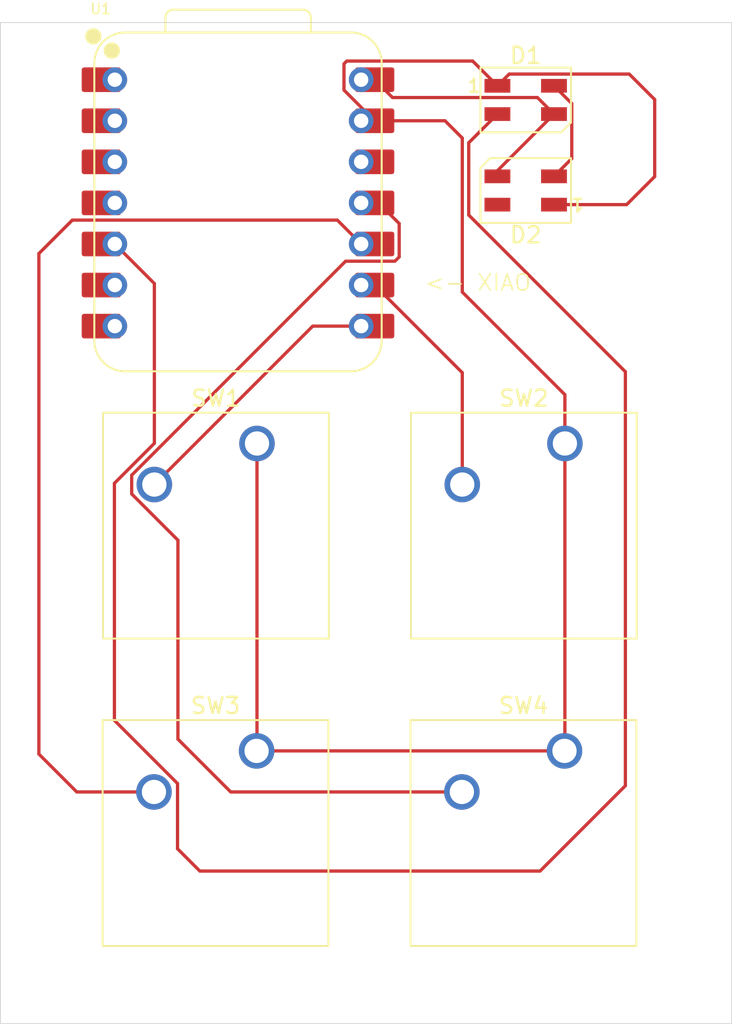
<source format=kicad_pcb>
(kicad_pcb (version 20241229) (generator "pcbnew") (generator_version "9.0")
  (layers (0 "F.Cu" signal) (2 "B.Cu" signal) (13 "F.Paste" user) (15 "B.Paste" user) (5 "F.SilkS" user "F.Silkscreen") (7 "B.SilkS" user "B.Silkscreen") (1 "F.Mask" user) (3 "B.Mask" user) (25 "Edge.Cuts" user))
  (net 0 "")
  (net 1 "Net-(D1-DOUT)")
  (net 2 "+5V")
  (net 3 "GND")
  (net 4 "Net-(D1-DIN)")
  (net 6 "Net-(U1-GPIO1{slash}RX)")
  (net 7 "Net-(U1-GPIO2{slash}SCK)")
  (net 8 "Net-(U1-GPIO4{slash}MISO)")
  (net 9 "Net-(U1-GPIO3{slash}MOSI)")
  (footprint "Button_Switch_Keyboard:SW_Cherry_MX_1.00u_PCB" (layer "F.Cu") (at 149.2 145.06)
    (property "Reference" "SW4" (at -2.54 -2.794 0) (layer "F.SilkS"))
    (property "Value" "SW_Push")
    (fp_line (start -9.525 -1.905) (end 4.445 -1.905) (stroke (width 0.12)) (layer "F.SilkS"))
    (fp_line (start -9.525 12.065) (end -9.525 -1.905) (stroke (width 0.12)) (layer "F.SilkS"))
    (fp_line (start 4.445 -1.905) (end 4.445 12.065) (stroke (width 0.12)) (layer "F.SilkS"))
    (fp_line (start 4.445 12.065) (end -9.525 12.065) (stroke (width 0.12)) (layer "F.SilkS"))
    (pad "" np_thru_hole circle (at -7.62 5.08) (size 1.7 1.7) (drill 1.7) (layers "*.Cu" "*.Mask"))
    (pad "" np_thru_hole circle (at -2.54 5.08) (size 4 4) (drill 4) (layers "*.Cu" "*.Mask"))
    (pad "" np_thru_hole circle (at 2.54 5.08) (size 1.7 1.7) (drill 1.7) (layers "*.Cu" "*.Mask"))
    (pad "1" thru_hole circle (at 0 0) (size 2.2 2.2) (drill 1.5) (layers "*.Cu" "*.Mask") (net 3 "GND"))
    (pad "2" thru_hole circle (at -6.35 2.54) (size 2.2 2.2) (drill 1.5) (layers "*.Cu" "*.Mask") (net 9 "Net-(U1-GPIO3{slash}MOSI)"))
  )
  (footprint "LED_SMD:LED_SK6812MINI_PLCC4_3.5x3.5mm_P1.75mm" (layer "F.Cu") (at 146.8 110.4 180)
    (property "Reference" "D2" (at 0 -2.75 0) (layer "F.SilkS"))
    (property "Value" "SK6812")
    (fp_line (start 2.8 1.4) (end 2.8 -2) (stroke (width 0.12)) (layer "F.SilkS"))
    (fp_line (start 2.8 1.4) (end 2.2 2) (stroke (width 0.12)) (layer "F.SilkS"))
    (fp_line (start -2.8 2) (end 2.2 2) (stroke (width 0.12)) (layer "F.SilkS"))
    (fp_line (start -2.8 -2) (end 2.8 -2) (stroke (width 0.12)) (layer "F.SilkS"))
    (fp_line (start -2.8 -2) (end -2.8 2) (stroke (width 0.12)) (layer "F.SilkS"))
    (fp_text user "1" (at -3.2 -0.875 180) (layer "F.SilkS") (effects (font (size 0.8 0.8))))
    (pad "1" smd rect (at -1.75 -0.875 180) (size 1.6 0.85) (layers "F.Cu" "F.Mask" "F.Paste") (net 3 "GND"))
    (pad "2" smd rect (at -1.75 0.875 180) (size 1.6 0.85) (layers "F.Cu" "F.Mask" "F.Paste") (net 1 "Net-(D1-DOUT)"))
    (pad "3" smd rect (at 1.75 0.875 180) (size 1.6 0.85) (layers "F.Cu" "F.Mask" "F.Paste") (net 2 "+5V"))
    (pad "4" smd rect (at 1.75 -0.875 180) (size 1.6 0.85) (layers "F.Cu" "F.Mask" "F.Paste"))
  )
  (footprint "Button_Switch_Keyboard:SW_Cherry_MX_1.00u_PCB" (layer "F.Cu") (at 130.175 126.0475)
    (property "Reference" "SW1" (at -2.54 -2.794 0) (layer "F.SilkS"))
    (property "Value" "SW_Push")
    (fp_line (start -9.525 -1.905) (end 4.445 -1.905) (stroke (width 0.12)) (layer "F.SilkS"))
    (fp_line (start -9.525 12.065) (end -9.525 -1.905) (stroke (width 0.12)) (layer "F.SilkS"))
    (fp_line (start 4.445 -1.905) (end 4.445 12.065) (stroke (width 0.12)) (layer "F.SilkS"))
    (fp_line (start 4.445 12.065) (end -9.525 12.065) (stroke (width 0.12)) (layer "F.SilkS"))
    (pad "" np_thru_hole circle (at -7.62 5.08) (size 1.7 1.7) (drill 1.7) (layers "*.Cu" "*.Mask"))
    (pad "" np_thru_hole circle (at -2.54 5.08) (size 4 4) (drill 4) (layers "*.Cu" "*.Mask"))
    (pad "" np_thru_hole circle (at 2.54 5.08) (size 1.7 1.7) (drill 1.7) (layers "*.Cu" "*.Mask"))
    (pad "1" thru_hole circle (at 0 0) (size 2.2 2.2) (drill 1.5) (layers "*.Cu" "*.Mask") (net 3 "GND"))
    (pad "2" thru_hole circle (at -6.35 2.54) (size 2.2 2.2) (drill 1.5) (layers "*.Cu" "*.Mask") (net 6 "Net-(U1-GPIO1{slash}RX)"))
  )
  (footprint "Button_Switch_Keyboard:SW_Cherry_MX_1.00u_PCB" (layer "F.Cu") (at 130.15 145.06)
    (property "Reference" "SW3" (at -2.54 -2.794 0) (layer "F.SilkS"))
    (property "Value" "SW_Push")
    (fp_line (start -9.525 -1.905) (end 4.445 -1.905) (stroke (width 0.12)) (layer "F.SilkS"))
    (fp_line (start -9.525 12.065) (end -9.525 -1.905) (stroke (width 0.12)) (layer "F.SilkS"))
    (fp_line (start 4.445 -1.905) (end 4.445 12.065) (stroke (width 0.12)) (layer "F.SilkS"))
    (fp_line (start 4.445 12.065) (end -9.525 12.065) (stroke (width 0.12)) (layer "F.SilkS"))
    (pad "" np_thru_hole circle (at -7.62 5.08) (size 1.7 1.7) (drill 1.7) (layers "*.Cu" "*.Mask"))
    (pad "" np_thru_hole circle (at -2.54 5.08) (size 4 4) (drill 4) (layers "*.Cu" "*.Mask"))
    (pad "" np_thru_hole circle (at 2.54 5.08) (size 1.7 1.7) (drill 1.7) (layers "*.Cu" "*.Mask"))
    (pad "1" thru_hole circle (at 0 0) (size 2.2 2.2) (drill 1.5) (layers "*.Cu" "*.Mask") (net 3 "GND"))
    (pad "2" thru_hole circle (at -6.35 2.54) (size 2.2 2.2) (drill 1.5) (layers "*.Cu" "*.Mask") (net 8 "Net-(U1-GPIO4{slash}MISO)"))
  )
  (footprint "OPL foot Lib:XIAO-RP2040-DIP" (layer "F.Cu") (at 129 111.1685)
    (property "Reference" "U1" (at -8.5 -12 0) (layer "F.SilkS") (effects (font (size 0.635 0.635) (thickness 0.1016))))
    (property "Value" "XIAO-RP2040-DIP")
    (fp_line (start -8.89 8.509) (end -8.89 -8.636) (stroke (width 0.127)) (layer "F.SilkS"))
    (fp_line (start -6.985 10.414) (end 6.985 10.414) (stroke (width 0.127)) (layer "F.SilkS"))
    (fp_line (start -4.495 -10.541) (end -4.491272 -11.451272) (stroke (width 0.127)) (layer "F.SilkS"))
    (fp_line (start -3.991272 -11.951) (end 4.004 -11.951) (stroke (width 0.127)) (layer "F.SilkS"))
    (fp_line (start 4.504 -11.451) (end 4.504 -10.541) (stroke (width 0.127)) (layer "F.SilkS"))
    (fp_line (start 6.985 -10.541) (end -6.985 -10.541) (stroke (width 0.1)) (layer "F.SilkS"))
    (fp_line (start 6.985 -10.541) (end -6.985 -10.541) (stroke (width 0.127)) (layer "F.SilkS"))
    (fp_line (start 8.89 8.509) (end 8.89 -8.636) (stroke (width 0.127)) (layer "F.SilkS"))
    (fp_arc (start -8.89 -8.636) (mid -8.332038 -9.983038) (end -6.985 -10.541) (stroke (width 0.127)) (layer "F.SilkS"))
    (fp_arc (start -6.985 10.414) (mid -8.332038 9.856038) (end -8.89 8.509) (stroke (width 0.127)) (layer "F.SilkS"))
    (fp_arc (start -4.491272 -11.451272) (mid -4.344728 -11.80464) (end -3.991272 -11.951) (stroke (width 0.127)) (layer "F.SilkS"))
    (fp_arc (start 4.004 -11.951) (mid 4.357553 -11.804553) (end 4.504 -11.451) (stroke (width 0.127)) (layer "F.SilkS"))
    (fp_arc (start 6.985 -10.541) (mid 8.332038 -9.983038) (end 8.89 -8.636) (stroke (width 0.127)) (layer "F.SilkS"))
    (fp_arc (start 8.89 8.509) (mid 8.332038 9.856038) (end 6.985 10.414) (stroke (width 0.127)) (layer "F.SilkS"))
    (fp_circle (center -8.95 -10.3) (end -8.95 -10.554) (stroke (width 0.5)) (fill yes) (layer "F.SilkS"))
    (fp_circle (center -7.807 -9.42) (end -7.807 -9.674) (stroke (width 0.5)) (fill yes) (layer "F.SilkS"))
    (pad "1" smd roundrect (at -8.455 -7.62 180) (size 2.432 1.524) (layers "F.Cu" "F.Mask") (roundrect_rratio 0.1))
    (pad "1" thru_hole circle (at -7.62 -7.62 180) (size 1.524 1.524) (drill 0.889) (layers "*.Cu" "*.Mask"))
    (pad "2" smd roundrect (at -8.455 -5.08 180) (size 2.432 1.524) (layers "F.Cu" "F.Mask") (roundrect_rratio 0.1))
    (pad "2" thru_hole circle (at -7.62 -5.08 180) (size 1.524 1.524) (drill 0.889) (layers "*.Cu" "*.Mask"))
    (pad "3" smd roundrect (at -8.455 -2.54 180) (size 2.432 1.524) (layers "F.Cu" "F.Mask") (roundrect_rratio 0.1))
    (pad "3" thru_hole circle (at -7.62 -2.54 180) (size 1.524 1.524) (drill 0.889) (layers "*.Cu" "*.Mask"))
    (pad "4" smd roundrect (at -8.455 0 180) (size 2.432 1.524) (layers "F.Cu" "F.Mask") (roundrect_rratio 0.1))
    (pad "4" thru_hole circle (at -7.62 0 180) (size 1.524 1.524) (drill 0.889) (layers "*.Cu" "*.Mask"))
    (pad "5" smd roundrect (at -8.455 2.54 180) (size 2.432 1.524) (layers "F.Cu" "F.Mask") (roundrect_rratio 0.1) (net 4 "Net-(D1-DIN)"))
    (pad "5" thru_hole circle (at -7.62 2.54 180) (size 1.524 1.524) (drill 0.889) (layers "*.Cu" "*.Mask") (net 4 "Net-(D1-DIN)"))
    (pad "6" smd roundrect (at -8.455 5.08 180) (size 2.432 1.524) (layers "F.Cu" "F.Mask") (roundrect_rratio 0.1))
    (pad "6" thru_hole circle (at -7.62 5.08 180) (size 1.524 1.524) (drill 0.889) (layers "*.Cu" "*.Mask"))
    (pad "7" smd roundrect (at -8.455 7.62 180) (size 2.432 1.524) (layers "F.Cu" "F.Mask") (roundrect_rratio 0.1))
    (pad "7" thru_hole circle (at -7.62 7.62 180) (size 1.524 1.524) (drill 0.889) (layers "*.Cu" "*.Mask"))
    (pad "8" thru_hole circle (at 7.62 7.62) (size 1.524 1.524) (drill 0.889) (layers "*.Cu" "*.Mask") (net 6 "Net-(U1-GPIO1{slash}RX)"))
    (pad "8" smd roundrect (at 8.455 7.62) (size 2.432 1.524) (layers "F.Cu" "F.Mask") (roundrect_rratio 0.1) (net 6 "Net-(U1-GPIO1{slash}RX)"))
    (pad "9" thru_hole circle (at 7.62 5.08) (size 1.524 1.524) (drill 0.889) (layers "*.Cu" "*.Mask") (net 7 "Net-(U1-GPIO2{slash}SCK)"))
    (pad "9" smd roundrect (at 8.455 5.08) (size 2.432 1.524) (layers "F.Cu" "F.Mask") (roundrect_rratio 0.1) (net 7 "Net-(U1-GPIO2{slash}SCK)"))
    (pad "10" thru_hole circle (at 7.62 2.54) (size 1.524 1.524) (drill 0.889) (layers "*.Cu" "*.Mask") (net 8 "Net-(U1-GPIO4{slash}MISO)"))
    (pad "10" smd roundrect (at 8.455 2.54) (size 2.432 1.524) (layers "F.Cu" "F.Mask") (roundrect_rratio 0.1) (net 8 "Net-(U1-GPIO4{slash}MISO)"))
    (pad "11" thru_hole circle (at 7.62 0) (size 1.524 1.524) (drill 0.889) (layers "*.Cu" "*.Mask") (net 9 "Net-(U1-GPIO3{slash}MOSI)"))
    (pad "11" smd roundrect (at 8.455 0) (size 2.432 1.524) (layers "F.Cu" "F.Mask") (roundrect_rratio 0.1) (net 9 "Net-(U1-GPIO3{slash}MOSI)"))
    (pad "12" thru_hole circle (at 7.62 -2.54) (size 1.524 1.524) (drill 0.889) (layers "*.Cu" "*.Mask"))
    (pad "12" smd roundrect (at 8.455 -2.54) (size 2.432 1.524) (layers "F.Cu" "F.Mask") (roundrect_rratio 0.1))
    (pad "13" thru_hole circle (at 7.62 -5.08) (size 1.524 1.524) (drill 0.889) (layers "*.Cu" "*.Mask") (net 3 "GND"))
    (pad "13" smd roundrect (at 8.455 -5.08) (size 2.432 1.524) (layers "F.Cu" "F.Mask") (roundrect_rratio 0.1) (net 3 "GND"))
    (pad "14" thru_hole circle (at 7.62 -7.62) (size 1.524 1.524) (drill 0.889) (layers "*.Cu" "*.Mask") (net 2 "+5V"))
    (pad "14" smd roundrect (at 8.455 -7.62) (size 2.432 1.524) (layers "F.Cu" "F.Mask") (roundrect_rratio 0.1) (net 2 "+5V"))
  )
  (footprint "Button_Switch_Keyboard:SW_Cherry_MX_1.00u_PCB" (layer "F.Cu") (at 149.225 126.0475)
    (property "Reference" "SW2" (at -2.54 -2.794 0) (layer "F.SilkS"))
    (property "Value" "SW_Push")
    (fp_line (start -9.525 -1.905) (end 4.445 -1.905) (stroke (width 0.12)) (layer "F.SilkS"))
    (fp_line (start -9.525 12.065) (end -9.525 -1.905) (stroke (width 0.12)) (layer "F.SilkS"))
    (fp_line (start 4.445 -1.905) (end 4.445 12.065) (stroke (width 0.12)) (layer "F.SilkS"))
    (fp_line (start 4.445 12.065) (end -9.525 12.065) (stroke (width 0.12)) (layer "F.SilkS"))
    (pad "" np_thru_hole circle (at -7.62 5.08) (size 1.7 1.7) (drill 1.7) (layers "*.Cu" "*.Mask"))
    (pad "" np_thru_hole circle (at -2.54 5.08) (size 4 4) (drill 4) (layers "*.Cu" "*.Mask"))
    (pad "" np_thru_hole circle (at 2.54 5.08) (size 1.7 1.7) (drill 1.7) (layers "*.Cu" "*.Mask"))
    (pad "1" thru_hole circle (at 0 0) (size 2.2 2.2) (drill 1.5) (layers "*.Cu" "*.Mask") (net 3 "GND"))
    (pad "2" thru_hole circle (at -6.35 2.54) (size 2.2 2.2) (drill 1.5) (layers "*.Cu" "*.Mask") (net 7 "Net-(U1-GPIO2{slash}SCK)"))
  )
  (footprint "LED_SMD:LED_SK6812MINI_PLCC4_3.5x3.5mm_P1.75mm" (layer "F.Cu") (at 146.8 104.8)
    (property "Reference" "D1" (at 0 -2.75 0) (layer "F.SilkS"))
    (property "Value" "SK6812")
    (fp_line (start -2.8 -2) (end -2.8 2) (stroke (width 0.12)) (layer "F.SilkS"))
    (fp_line (start -2.8 -2) (end 2.8 -2) (stroke (width 0.12)) (layer "F.SilkS"))
    (fp_line (start -2.8 2) (end 2.2 2) (stroke (width 0.12)) (layer "F.SilkS"))
    (fp_line (start 2.8 1.4) (end 2.2 2) (stroke (width 0.12)) (layer "F.SilkS"))
    (fp_line (start 2.8 1.4) (end 2.8 -2) (stroke (width 0.12)) (layer "F.SilkS"))
    (fp_text user "1" (at -3.2 -0.875 0) (layer "F.SilkS") (effects (font (size 0.8 0.8))))
    (pad "1" smd rect (at -1.75 -0.875) (size 1.6 0.85) (layers "F.Cu" "F.Mask" "F.Paste") (net 3 "GND"))
    (pad "2" smd rect (at -1.75 0.875) (size 1.6 0.85) (layers "F.Cu" "F.Mask" "F.Paste") (net 4 "Net-(D1-DIN)"))
    (pad "3" smd rect (at 1.75 0.875) (size 1.6 0.85) (layers "F.Cu" "F.Mask" "F.Paste") (net 2 "+5V"))
    (pad "4" smd rect (at 1.75 -0.875) (size 1.6 0.85) (layers "F.Cu" "F.Mask" "F.Paste") (net 1 "Net-(D1-DOUT)"))
  )
  (gr_rect (start 114.3 100.0125) (end 159.54375 161.925) (stroke (width 0.05)) (fill no) (layer "Edge.Cuts"))
  (gr_text "<- XIAO" (at 140.49375 116.68125 0) (layer "F.SilkS") (effects (font (size 1 1) (thickness 0.1)) (justify left bottom)))
  (segment (start 149.651 108.424) (end 149.651 105.026) (width 0.2) (layer "F.Cu") (net 1))
  (segment (start 149.651 105.026) (end 148.55 103.925) (width 0.2) (layer "F.Cu") (net 1))
  (segment (start 148.55 109.525) (end 149.651 108.424) (width 0.2) (layer "F.Cu") (net 1))
  (segment (start 148.55 105.675) (end 145.05 109.175) (width 0.2) (layer "F.Cu") (net 2))
  (segment (start 145.05 109.175) (end 145.05 109.525) (width 0.2) (layer "F.Cu") (net 2))
  (segment (start 138.5575 104.651) (end 147.526 104.651) (width 0.2) (layer "F.Cu") (net 2))
  (segment (start 147.526 104.651) (end 148.55 105.675) (width 0.2) (layer "F.Cu") (net 2))
  (segment (start 137.455 103.5485) (end 138.5575 104.651) (width 0.2) (layer "F.Cu") (net 2))
  (segment (start 154.78125 104.775) (end 154.78125 109.5375) (width 0.2) (layer "F.Cu") (net 3))
  (segment (start 153.04375 111.275) (end 148.55 111.275) (width 0.2) (layer "F.Cu") (net 3))
  (segment (start 142.875 116.68125) (end 149.225 123.03125) (width 0.2) (layer "F.Cu") (net 3))
  (segment (start 130.175 145.035) (end 130.15 145.06) (width 0.2) (layer "F.Cu") (net 3))
  (segment (start 135.73125 102.39375) (end 143.51875 102.39375) (width 0.2) (layer "F.Cu") (net 3))
  (segment (start 142.875 107.15625) (end 142.875 116.68125) (width 0.2) (layer "F.Cu") (net 3))
  (segment (start 149.225 123.03125) (end 149.225 126.0475) (width 0.2) (layer "F.Cu") (net 3))
  (segment (start 149.225 145.035) (end 149.2 145.06) (width 0.2) (layer "F.Cu") (net 3))
  (segment (start 130.175 126.0475) (end 130.175 145.035) (width 0.2) (layer "F.Cu") (net 3))
  (segment (start 137.455 106.0885) (end 141.80725 106.0885) (width 0.2) (layer "F.Cu") (net 3))
  (segment (start 141.80725 106.0885) (end 142.875 107.15625) (width 0.2) (layer "F.Cu") (net 3))
  (segment (start 154.78125 109.5375) (end 153.04375 111.275) (width 0.2) (layer "F.Cu") (net 3))
  (segment (start 153.20525 103.199) (end 154.78125 104.775) (width 0.2) (layer "F.Cu") (net 3))
  (segment (start 135.557 104.1905) (end 135.557 102.568) (width 0.2) (layer "F.Cu") (net 3))
  (segment (start 149.225 126.0475) (end 149.225 145.035) (width 0.2) (layer "F.Cu") (net 3))
  (segment (start 130.15 145.06) (end 149.2 145.06) (width 0.2) (layer "F.Cu") (net 3))
  (segment (start 135.557 102.568) (end 135.73125 102.39375) (width 0.2) (layer "F.Cu") (net 3))
  (segment (start 145.776 103.199) (end 153.20525 103.199) (width 0.2) (layer "F.Cu") (net 3))
  (segment (start 143.51875 102.39375) (end 145.05 103.925) (width 0.2) (layer "F.Cu") (net 3))
  (segment (start 137.455 106.0885) (end 135.557 104.1905) (width 0.2) (layer "F.Cu") (net 3))
  (segment (start 145.05 103.925) (end 145.776 103.199) (width 0.2) (layer "F.Cu") (net 3))
  (segment (start 121.354 143.172686) (end 125.259 147.077686) (width 0.2) (layer "F.Cu") (net 4))
  (segment (start 143.276 107.449) (end 145.05 105.675) (width 0.2) (layer "F.Cu") (net 4))
  (segment (start 123.825 126.039086) (end 121.354 128.510086) (width 0.2) (layer "F.Cu") (net 4))
  (segment (start 121.38 113.7085) (end 123.825 116.1535) (width 0.2) (layer "F.Cu") (net 4))
  (segment (start 152.966 147.21553) (end 152.966 121.60875) (width 0.2) (layer "F.Cu") (net 4))
  (segment (start 126.636184 152.491) (end 147.69053 152.491) (width 0.2) (layer "F.Cu") (net 4))
  (segment (start 152.966 121.60875) (end 143.276 111.91875) (width 0.2) (layer "F.Cu") (net 4))
  (segment (start 143.276 111.91875) (end 143.276 107.449) (width 0.2) (layer "F.Cu") (net 4))
  (segment (start 125.259 147.077686) (end 125.259 151.113816) (width 0.2) (layer "F.Cu") (net 4))
  (segment (start 123.825 116.1535) (end 123.825 126.039086) (width 0.2) (layer "F.Cu") (net 4))
  (segment (start 125.259 151.113816) (end 126.636184 152.491) (width 0.2) (layer "F.Cu") (net 4))
  (segment (start 147.69053 152.491) (end 152.966 147.21553) (width 0.2) (layer "F.Cu") (net 4))
  (segment (start 121.354 128.510086) (end 121.354 143.172686) (width 0.2) (layer "F.Cu") (net 4))
  (segment (start 133.624 118.7885) (end 136.62 118.7885) (width 0.2) (layer "F.Cu") (net 6))
  (segment (start 123.825 128.5875) (end 133.624 118.7885) (width 0.2) (layer "F.Cu") (net 6))
  (segment (start 142.875 128.5875) (end 142.875 121.6685) (width 0.2) (layer "F.Cu") (net 7))
  (segment (start 142.875 121.6685) (end 137.455 116.2485) (width 0.2) (layer "F.Cu") (net 7))
  (segment (start 118.74975 112.2315) (end 116.68125 114.3) (width 0.2) (layer "F.Cu") (net 8))
  (segment (start 135.143 112.2315) (end 118.74975 112.2315) (width 0.2) (layer "F.Cu") (net 8))
  (segment (start 116.68125 145.25625) (end 119.025 147.6) (width 0.2) (layer "F.Cu") (net 8))
  (segment (start 116.68125 114.3) (end 116.68125 145.25625) (width 0.2) (layer "F.Cu") (net 8))
  (segment (start 119.025 147.6) (end 123.8 147.6) (width 0.2) (layer "F.Cu") (net 8))
  (segment (start 136.62 113.7085) (end 135.143 112.2315) (width 0.2) (layer "F.Cu") (net 8))
  (segment (start 138.972 112.44287) (end 137.69763 111.1685) (width 0.2) (layer "F.Cu") (net 9))
  (segment (start 125.284 144.334) (end 125.284 132.027814) (width 0.2) (layer "F.Cu") (net 9))
  (segment (start 142.85 147.6) (end 128.55 147.6) (width 0.2) (layer "F.Cu") (net 9))
  (segment (start 122.424 128.007186) (end 135.659686 114.7715) (width 0.2) (layer "F.Cu") (net 9))
  (segment (start 125.284 132.027814) (end 122.424 129.167814) (width 0.2) (layer "F.Cu") (net 9))
  (segment (start 128.55 147.6) (end 125.284 144.334) (width 0.2) (layer "F.Cu") (net 9))
  (segment (start 122.424 129.167814) (end 122.424 128.007186) (width 0.2) (layer "F.Cu") (net 9))
  (segment (start 138.710626 114.7715) (end 138.972 114.510126) (width 0.2) (layer "F.Cu") (net 9))
  (segment (start 135.659686 114.7715) (end 138.710626 114.7715) (width 0.2) (layer "F.Cu") (net 9))
  (segment (start 137.69763 111.1685) (end 136.62 111.1685) (width 0.2) (layer "F.Cu") (net 9))
  (segment (start 138.972 114.510126) (end 138.972 112.44287) (width 0.2) (layer "F.Cu") (net 9))
)
</source>
